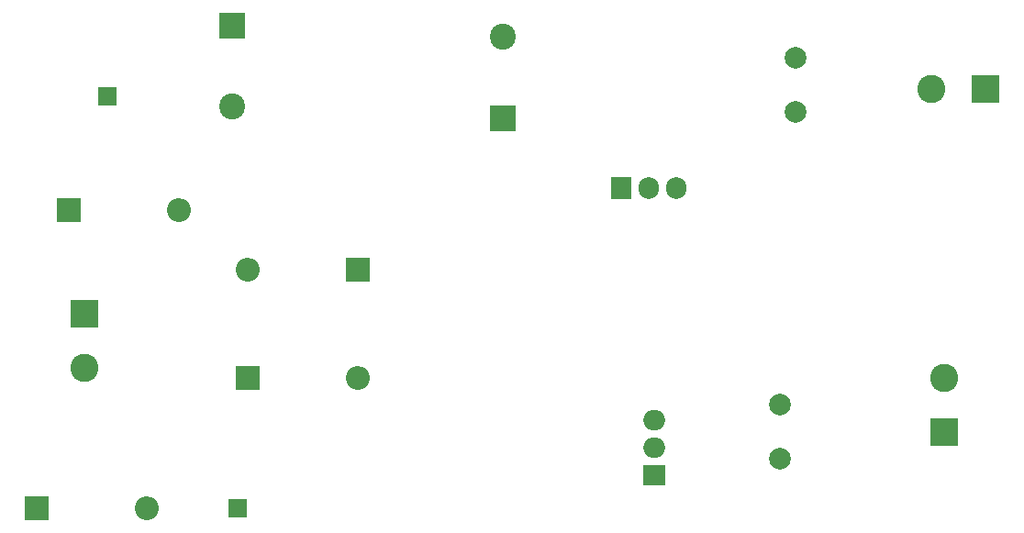
<source format=gbr>
%TF.GenerationSoftware,KiCad,Pcbnew,8.0.9*%
%TF.CreationDate,2025-08-13T21:21:24+02:00*%
%TF.ProjectId,regulateur_tension,72656775-6c61-4746-9575-725f74656e73,rev?*%
%TF.SameCoordinates,Original*%
%TF.FileFunction,Soldermask,Top*%
%TF.FilePolarity,Negative*%
%FSLAX46Y46*%
G04 Gerber Fmt 4.6, Leading zero omitted, Abs format (unit mm)*
G04 Created by KiCad (PCBNEW 8.0.9) date 2025-08-13 21:21:24*
%MOMM*%
%LPD*%
G01*
G04 APERTURE LIST*
%ADD10O,2.000000X1.905000*%
%ADD11R,2.000000X1.905000*%
%ADD12R,1.905000X2.000000*%
%ADD13O,1.905000X2.000000*%
%ADD14R,2.600000X2.600000*%
%ADD15C,2.600000*%
%ADD16R,1.700000X1.700000*%
%ADD17R,2.200000X2.200000*%
%ADD18O,2.200000X2.200000*%
%ADD19C,2.000000*%
%ADD20R,2.400000X2.400000*%
%ADD21C,2.400000*%
G04 APERTURE END LIST*
D10*
%TO.C,U3*%
X99445000Y-78960000D03*
X99445000Y-81500000D03*
D11*
X99445000Y-84040000D03*
%TD*%
D12*
%TO.C,U2*%
X96420000Y-57500000D03*
D13*
X98960000Y-57500000D03*
X101500000Y-57500000D03*
%TD*%
D14*
%TO.C,OUTPUT2*%
X126155000Y-80000000D03*
D15*
X126155000Y-75000000D03*
%TD*%
D14*
%TO.C,OUTPUT1*%
X130000000Y-48345000D03*
D15*
X125000000Y-48345000D03*
%TD*%
D16*
%TO.C,J2*%
X61000000Y-87065215D03*
%TD*%
%TO.C,J1*%
X49000000Y-49065215D03*
%TD*%
D14*
%TO.C,INPUT_AC1*%
X46845000Y-69065215D03*
D15*
X46845000Y-74065215D03*
%TD*%
D17*
%TO.C,D4*%
X72080000Y-65065215D03*
D18*
X61920000Y-65065215D03*
%TD*%
D17*
%TO.C,D3*%
X42420000Y-87065215D03*
D18*
X52580000Y-87065215D03*
%TD*%
D17*
%TO.C,D2*%
X61920000Y-75065215D03*
D18*
X72080000Y-75065215D03*
%TD*%
D17*
%TO.C,D1*%
X45420000Y-59565215D03*
D18*
X55580000Y-59565215D03*
%TD*%
D19*
%TO.C,C_CERAMIC2*%
X111000000Y-77500000D03*
X111000000Y-82500000D03*
%TD*%
%TO.C,C_CERAMIC1*%
X112500000Y-45500000D03*
X112500000Y-50500000D03*
%TD*%
D20*
%TO.C,C2*%
X85500000Y-51065216D03*
D21*
X85500000Y-43565216D03*
%TD*%
D20*
%TO.C,C1*%
X60500000Y-42500000D03*
D21*
X60500000Y-50000000D03*
%TD*%
M02*

</source>
